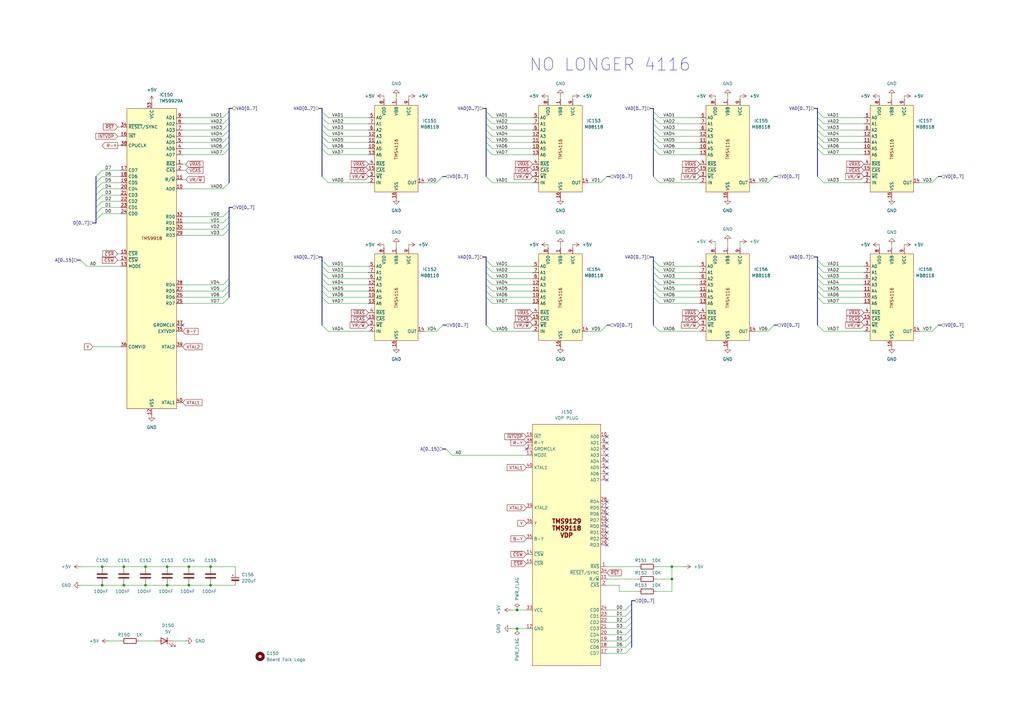
<source format=kicad_sch>
(kicad_sch (version 20250114) (generator "eeschema") (generator_version "9.0")
  (paper "A3")
  (text "NO LONGER 4116" (at 250.19 26.67 0) (effects (font (size 5 5))))
  (junction (at 77.47 240.03))
  (junction (at 59.69 240.03))
  (junction (at 86.36 240.03))
  (junction (at 68.58 232.41))
  (junction (at 50.8 232.41))
  (junction (at 41.91 232.41))
  (junction (at 275.59 237.49))
  (junction (at 212.09 250.19))
  (junction (at 59.69 232.41))
  (junction (at 86.36 232.41))
  (junction (at 212.09 257.81))
  (junction (at 77.47 232.41))
  (junction (at 50.8 240.03))
  (junction (at 41.91 240.03))
  (junction (at 275.59 232.41))
  (junction (at 68.58 240.03))
  (no_connect (at 248.92 215.9))
  (no_connect (at 248.92 196.85))
  (no_connect (at 248.92 181.61))
  (no_connect (at 248.92 189.23))
  (no_connect (at 248.92 210.82))
  (no_connect (at 248.92 179.07))
  (no_connect (at 248.92 205.74))
  (no_connect (at 215.9 184.15))
  (no_connect (at 248.92 218.44))
  (no_connect (at 248.92 223.52))
  (no_connect (at 248.92 220.98))
  (no_connect (at 248.92 194.31))
  (no_connect (at 248.92 186.69))
  (no_connect (at 248.92 208.28))
  (no_connect (at 74.93 133.35))
  (no_connect (at 248.92 213.36))
  (no_connect (at 248.92 184.15))
  (no_connect (at 248.92 191.77))
  (bus_entry (at 270.51 135.89) (size -2.54 -2.54))
  (bus_entry (at 314.96 135.89) (size 2.54 -2.54))
  (bus_entry (at 270.51 74.93) (size -2.54 -2.54))
  (bus_entry (at 134.62 50.8) (size -2.54 -2.54))
  (bus_entry (at 337.82 74.93) (size -2.54 -2.54))
  (bus_entry (at 91.44 119.38) (size 2.54 -2.54))
  (bus_entry (at 134.62 111.76) (size -2.54 -2.54))
  (bus_entry (at 134.62 60.96) (size -2.54 -2.54))
  (bus_entry (at 91.44 48.26) (size 2.54 -2.54))
  (bus_entry (at 314.96 74.93) (size 2.54 -2.54))
  (bus_entry (at 382.27 135.89) (size 2.54 -2.54))
  (bus_entry (at 270.51 111.76) (size -2.54 -2.54))
  (bus_entry (at 270.51 114.3) (size -2.54 -2.54))
  (bus_entry (at 41.91 85.09) (size -2.54 2.54))
  (bus_entry (at 201.93 114.3) (size -2.54 -2.54))
  (bus_entry (at 337.82 114.3) (size -2.54 -2.54))
  (bus_entry (at 246.38 135.89) (size 2.54 -2.54))
  (bus_entry (at 201.93 111.76) (size -2.54 -2.54))
  (bus_entry (at 201.93 116.84) (size -2.54 -2.54))
  (bus_entry (at 256.54 255.27) (size 2.54 -2.54))
  (bus_entry (at 256.54 265.43) (size 2.54 -2.54))
  (bus_entry (at 256.54 257.81) (size 2.54 -2.54))
  (bus_entry (at 134.62 119.38) (size -2.54 -2.54))
  (bus_entry (at 134.62 114.3) (size -2.54 -2.54))
  (bus_entry (at 185.42 186.69) (size -2.54 -2.54))
  (bus_entry (at 270.51 60.96) (size -2.54 -2.54))
  (bus_entry (at 337.82 63.5) (size -2.54 -2.54))
  (bus_entry (at 91.44 77.47) (size 2.54 -2.54))
  (bus_entry (at 201.93 74.93) (size -2.54 -2.54))
  (bus_entry (at 270.51 58.42) (size -2.54 -2.54))
  (bus_entry (at 91.44 96.52) (size 2.54 -2.54))
  (bus_entry (at 201.93 53.34) (size -2.54 -2.54))
  (bus_entry (at 201.93 48.26) (size -2.54 -2.54))
  (bus_entry (at 337.82 121.92) (size -2.54 -2.54))
  (bus_entry (at 201.93 124.46) (size -2.54 -2.54))
  (bus_entry (at 270.51 63.5) (size -2.54 -2.54))
  (bus_entry (at 270.51 119.38) (size -2.54 -2.54))
  (bus_entry (at 91.44 50.8) (size 2.54 -2.54))
  (bus_entry (at 270.51 121.92) (size -2.54 -2.54))
  (bus_entry (at 201.93 60.96) (size -2.54 -2.54))
  (bus_entry (at 91.44 91.44) (size 2.54 -2.54))
  (bus_entry (at 382.27 74.93) (size 2.54 -2.54))
  (bus_entry (at 134.62 109.22) (size -2.54 -2.54))
  (bus_entry (at 270.51 116.84) (size -2.54 -2.54))
  (bus_entry (at 246.38 74.93) (size 2.54 -2.54))
  (bus_entry (at 270.51 50.8) (size -2.54 -2.54))
  (bus_entry (at 270.51 124.46) (size -2.54 -2.54))
  (bus_entry (at 91.44 55.88) (size 2.54 -2.54))
  (bus_entry (at 134.62 74.93) (size -2.54 -2.54))
  (bus_entry (at 134.62 121.92) (size -2.54 -2.54))
  (bus_entry (at 35.56 109.22) (size -2.54 -2.54))
  (bus_entry (at 179.07 135.89) (size 2.54 -2.54))
  (bus_entry (at 201.93 50.8) (size -2.54 -2.54))
  (bus_entry (at 270.51 109.22) (size -2.54 -2.54))
  (bus_entry (at 134.62 58.42) (size -2.54 -2.54))
  (bus_entry (at 256.54 267.97) (size 2.54 -2.54))
  (bus_entry (at 201.93 121.92) (size -2.54 -2.54))
  (bus_entry (at 337.82 109.22) (size -2.54 -2.54))
  (bus_entry (at 256.54 260.35) (size 2.54 -2.54))
  (bus_entry (at 91.44 58.42) (size 2.54 -2.54))
  (bus_entry (at 201.93 135.89) (size -2.54 -2.54))
  (bus_entry (at 256.54 262.89) (size 2.54 -2.54))
  (bus_entry (at 201.93 119.38) (size -2.54 -2.54))
  (bus_entry (at 337.82 124.46) (size -2.54 -2.54))
  (bus_entry (at 134.62 55.88) (size -2.54 -2.54))
  (bus_entry (at 91.44 121.92) (size 2.54 -2.54))
  (bus_entry (at 41.91 74.93) (size -2.54 2.54))
  (bus_entry (at 134.62 48.26) (size -2.54 -2.54))
  (bus_entry (at 91.44 53.34) (size 2.54 -2.54))
  (bus_entry (at 256.54 250.19) (size 2.54 -2.54))
  (bus_entry (at 337.82 48.26) (size -2.54 -2.54))
  (bus_entry (at 134.62 124.46) (size -2.54 -2.54))
  (bus_entry (at 337.82 111.76) (size -2.54 -2.54))
  (bus_entry (at 91.44 93.98) (size 2.54 -2.54))
  (bus_entry (at 337.82 50.8) (size -2.54 -2.54))
  (bus_entry (at 337.82 58.42) (size -2.54 -2.54))
  (bus_entry (at 201.93 63.5) (size -2.54 -2.54))
  (bus_entry (at 41.91 72.39) (size -2.54 2.54))
  (bus_entry (at 337.82 55.88) (size -2.54 -2.54))
  (bus_entry (at 270.51 53.34) (size -2.54 -2.54))
  (bus_entry (at 179.07 74.93) (size 2.54 -2.54))
  (bus_entry (at 201.93 109.22) (size -2.54 -2.54))
  (bus_entry (at 41.91 77.47) (size -2.54 2.54))
  (bus_entry (at 134.62 135.89) (size -2.54 -2.54))
  (bus_entry (at 41.91 82.55) (size -2.54 2.54))
  (bus_entry (at 91.44 88.9) (size 2.54 -2.54))
  (bus_entry (at 337.82 135.89) (size -2.54 -2.54))
  (bus_entry (at 134.62 63.5) (size -2.54 -2.54))
  (bus_entry (at 91.44 60.96) (size 2.54 -2.54))
  (bus_entry (at 337.82 119.38) (size -2.54 -2.54))
  (bus_entry (at 41.91 87.63) (size -2.54 2.54))
  (bus_entry (at 337.82 116.84) (size -2.54 -2.54))
  (bus_entry (at 134.62 53.34) (size -2.54 -2.54))
  (bus_entry (at 201.93 55.88) (size -2.54 -2.54))
  (bus_entry (at 337.82 53.34) (size -2.54 -2.54))
  (bus_entry (at 41.91 69.85) (size -2.54 2.54))
  (bus_entry (at 256.54 252.73) (size 2.54 -2.54))
  (bus_entry (at 201.93 58.42) (size -2.54 -2.54))
  (bus_entry (at 41.91 80.01) (size -2.54 2.54))
  (bus_entry (at 91.44 63.5) (size 2.54 -2.54))
  (bus_entry (at 337.82 60.96) (size -2.54 -2.54))
  (bus_entry (at 134.62 116.84) (size -2.54 -2.54))
  (bus_entry (at 270.51 55.88) (size -2.54 -2.54))
  (bus_entry (at 91.44 116.84) (size 2.54 -2.54))
  (bus_entry (at 270.51 48.26) (size -2.54 -2.54))
  (bus_entry (at 91.44 124.46) (size 2.54 -2.54))
  (wire (pts (xy 41.91 240.03) (xy 50.8 240.03)))
  (wire (pts (xy 76.2 69.85) (xy 74.93 69.85)))
  (bus (pts (xy 335.28 60.96) (xy 335.28 72.39)))
  (wire (pts (xy 134.62 53.34) (xy 151.13 53.34)))
  (wire (pts (xy 201.93 119.38) (xy 218.44 119.38)))
  (wire (pts (xy 201.93 121.92) (xy 218.44 121.92)))
  (bus (pts (xy 335.28 119.38) (xy 335.28 121.92)))
  (wire (pts (xy 337.82 48.26) (xy 354.33 48.26)))
  (bus (pts (xy 267.97 109.22) (xy 267.97 111.76)))
  (wire (pts (xy 241.3 135.89) (xy 246.38 135.89)))
  (wire (pts (xy 270.51 124.46) (xy 287.02 124.46)))
  (bus (pts (xy 267.97 45.72) (xy 267.97 48.26)))
  (bus (pts (xy 93.98 85.09) (xy 93.98 86.36)))
  (wire (pts (xy 256.54 260.35) (xy 248.92 260.35)))
  (wire (pts (xy 173.99 74.93) (xy 179.07 74.93)))
  (wire (pts (xy 201.93 109.22) (xy 218.44 109.22)))
  (wire (pts (xy 287.02 135.89) (xy 270.51 135.89)))
  (wire (pts (xy 309.88 74.93) (xy 314.96 74.93)))
  (wire (pts (xy 74.93 88.9) (xy 91.44 88.9)))
  (wire (pts (xy 48.26 55.88) (xy 49.53 55.88)))
  (wire (pts (xy 269.24 237.49) (xy 275.59 237.49)))
  (wire (pts (xy 293.37 99.06) (xy 293.37 101.6)))
  (wire (pts (xy 76.2 73.66) (xy 74.93 73.66)))
  (wire (pts (xy 303.53 39.37) (xy 303.53 40.64)))
  (wire (pts (xy 49.53 262.89) (xy 44.45 262.89)))
  (bus (pts (xy 39.37 91.44) (xy 39.37 90.17)))
  (wire (pts (xy 270.51 116.84) (xy 287.02 116.84)))
  (wire (pts (xy 63.5 262.89) (xy 57.15 262.89)))
  (bus (pts (xy 93.98 116.84) (xy 93.98 119.38)))
  (bus (pts (xy 267.97 44.45) (xy 267.97 45.72)))
  (wire (pts (xy 41.91 82.55) (xy 49.53 82.55)))
  (bus (pts (xy 199.39 45.72) (xy 199.39 48.26)))
  (bus (pts (xy 132.08 121.92) (xy 132.08 133.35)))
  (bus (pts (xy 259.08 247.65) (xy 259.08 250.19)))
  (wire (pts (xy 256.54 255.27) (xy 248.92 255.27)))
  (bus (pts (xy 386.08 133.35) (xy 384.81 133.35)))
  (wire (pts (xy 337.82 55.88) (xy 354.33 55.88)))
  (wire (pts (xy 337.82 119.38) (xy 354.33 119.38)))
  (bus (pts (xy 93.98 91.44) (xy 93.98 93.98)))
  (bus (pts (xy 335.28 48.26) (xy 335.28 50.8)))
  (bus (pts (xy 267.97 119.38) (xy 267.97 121.92)))
  (bus (pts (xy 130.81 105.41) (xy 132.08 105.41)))
  (bus (pts (xy 39.37 77.47) (xy 39.37 74.93)))
  (bus (pts (xy 199.39 106.68) (xy 199.39 109.22)))
  (wire (pts (xy 41.91 87.63) (xy 49.53 87.63)))
  (bus (pts (xy 95.25 44.45) (xy 93.98 44.45)))
  (bus (pts (xy 267.97 121.92) (xy 267.97 133.35)))
  (bus (pts (xy 267.97 116.84) (xy 267.97 119.38)))
  (wire (pts (xy 35.56 109.22) (xy 49.53 109.22)))
  (bus (pts (xy 93.98 53.34) (xy 93.98 55.88)))
  (bus (pts (xy 132.08 114.3) (xy 132.08 116.84)))
  (wire (pts (xy 337.82 58.42) (xy 354.33 58.42)))
  (bus (pts (xy 38.1 91.44) (xy 39.37 91.44)))
  (wire (pts (xy 76.2 67.31) (xy 74.93 67.31)))
  (bus (pts (xy 199.39 116.84) (xy 199.39 119.38)))
  (wire (pts (xy 201.93 124.46) (xy 218.44 124.46)))
  (wire (pts (xy 256.54 265.43) (xy 248.92 265.43)))
  (bus (pts (xy 335.28 50.8) (xy 335.28 53.34)))
  (wire (pts (xy 269.24 232.41) (xy 275.59 232.41)))
  (wire (pts (xy 167.64 100.33) (xy 167.64 101.6)))
  (wire (pts (xy 201.93 114.3) (xy 218.44 114.3)))
  (bus (pts (xy 132.08 44.45) (xy 132.08 45.72)))
  (wire (pts (xy 275.59 237.49) (xy 275.59 232.41)))
  (bus (pts (xy 259.08 252.73) (xy 259.08 255.27)))
  (bus (pts (xy 198.12 105.41) (xy 199.39 105.41)))
  (bus (pts (xy 199.39 109.22) (xy 199.39 111.76)))
  (bus (pts (xy 267.97 48.26) (xy 267.97 50.8)))
  (bus (pts (xy 132.08 48.26) (xy 132.08 50.8)))
  (wire (pts (xy 254 240.03) (xy 254 242.57)))
  (bus (pts (xy 93.98 93.98) (xy 93.98 114.3)))
  (wire (pts (xy 201.93 58.42) (xy 218.44 58.42)))
  (wire (pts (xy 287.02 74.93) (xy 270.51 74.93)))
  (bus (pts (xy 39.37 90.17) (xy 39.37 87.63)))
  (wire (pts (xy 337.82 60.96) (xy 354.33 60.96)))
  (bus (pts (xy 199.39 55.88) (xy 199.39 58.42)))
  (wire (pts (xy 68.58 232.41) (xy 77.47 232.41)))
  (wire (pts (xy 74.93 116.84) (xy 91.44 116.84)))
  (wire (pts (xy 337.82 50.8) (xy 354.33 50.8)))
  (bus (pts (xy 335.28 105.41) (xy 335.28 106.68)))
  (wire (pts (xy 303.53 99.06) (xy 303.53 101.6)))
  (wire (pts (xy 201.93 74.93) (xy 218.44 74.93)))
  (wire (pts (xy 212.09 257.81) (xy 215.9 257.81)))
  (bus (pts (xy 182.88 72.39) (xy 181.61 72.39)))
  (wire (pts (xy 48.26 106.68) (xy 49.53 106.68)))
  (bus (pts (xy 199.39 53.34) (xy 199.39 55.88)))
  (wire (pts (xy 201.93 48.26) (xy 218.44 48.26)))
  (wire (pts (xy 134.62 109.22) (xy 151.13 109.22)))
  (bus (pts (xy 259.08 262.89) (xy 259.08 265.43)))
  (wire (pts (xy 134.62 50.8) (xy 151.13 50.8)))
  (wire (pts (xy 134.62 63.5) (xy 151.13 63.5)))
  (wire (pts (xy 41.91 80.01) (xy 49.53 80.01)))
  (bus (pts (xy 39.37 85.09) (xy 39.37 82.55)))
  (wire (pts (xy 74.93 63.5) (xy 91.44 63.5)))
  (bus (pts (xy 93.98 88.9) (xy 93.98 91.44)))
  (bus (pts (xy 199.39 119.38) (xy 199.39 121.92)))
  (wire (pts (xy 41.91 77.47) (xy 49.53 77.47)))
  (wire (pts (xy 162.56 39.37) (xy 162.56 40.64)))
  (wire (pts (xy 167.64 39.37) (xy 167.64 40.64)))
  (wire (pts (xy 134.62 48.26) (xy 151.13 48.26)))
  (wire (pts (xy 270.51 55.88) (xy 287.02 55.88)))
  (wire (pts (xy 50.8 232.41) (xy 59.69 232.41)))
  (wire (pts (xy 162.56 100.33) (xy 162.56 101.6)))
  (bus (pts (xy 267.97 60.96) (xy 267.97 72.39)))
  (wire (pts (xy 337.82 116.84) (xy 354.33 116.84)))
  (bus (pts (xy 259.08 246.38) (xy 259.08 247.65)))
  (wire (pts (xy 201.93 53.34) (xy 218.44 53.34)))
  (bus (pts (xy 39.37 74.93) (xy 39.37 72.39)))
  (wire (pts (xy 337.82 121.92) (xy 354.33 121.92)))
  (bus (pts (xy 39.37 82.55) (xy 39.37 80.01)))
  (wire (pts (xy 76.2 262.89) (xy 71.12 262.89)))
  (wire (pts (xy 201.93 55.88) (xy 218.44 55.88)))
  (wire (pts (xy 74.93 60.96) (xy 91.44 60.96)))
  (bus (pts (xy 334.01 105.41) (xy 335.28 105.41)))
  (bus (pts (xy 132.08 60.96) (xy 132.08 72.39)))
  (wire (pts (xy 224.79 39.37) (xy 224.79 40.64)))
  (wire (pts (xy 234.95 39.37) (xy 234.95 40.64)))
  (wire (pts (xy 248.92 232.41) (xy 261.62 232.41)))
  (wire (pts (xy 309.88 135.89) (xy 314.96 135.89)))
  (bus (pts (xy 318.77 72.39) (xy 317.5 72.39)))
  (wire (pts (xy 151.13 135.89) (xy 134.62 135.89)))
  (wire (pts (xy 337.82 124.46) (xy 354.33 124.46)))
  (bus (pts (xy 199.39 121.92) (xy 199.39 133.35)))
  (wire (pts (xy 201.93 60.96) (xy 218.44 60.96)))
  (bus (pts (xy 267.97 50.8) (xy 267.97 53.34)))
  (wire (pts (xy 270.51 60.96) (xy 287.02 60.96)))
  (wire (pts (xy 59.69 240.03) (xy 68.58 240.03)))
  (bus (pts (xy 132.08 109.22) (xy 132.08 111.76)))
  (bus (pts (xy 267.97 55.88) (xy 267.97 58.42)))
  (wire (pts (xy 74.93 53.34) (xy 91.44 53.34)))
  (wire (pts (xy 134.62 121.92) (xy 151.13 121.92)))
  (bus (pts (xy 335.28 111.76) (xy 335.28 114.3)))
  (bus (pts (xy 335.28 109.22) (xy 335.28 111.76)))
  (bus (pts (xy 386.08 72.39) (xy 384.81 72.39)))
  (bus (pts (xy 93.98 45.72) (xy 93.98 48.26)))
  (bus (pts (xy 335.28 58.42) (xy 335.28 60.96)))
  (bus (pts (xy 267.97 105.41) (xy 267.97 106.68)))
  (wire (pts (xy 86.36 232.41) (xy 96.52 232.41)))
  (wire (pts (xy 256.54 262.89) (xy 248.92 262.89)))
  (wire (pts (xy 229.87 39.37) (xy 229.87 40.64)))
  (bus (pts (xy 132.08 105.41) (xy 132.08 106.68)))
  (bus (pts (xy 130.81 44.45) (xy 132.08 44.45)))
  (wire (pts (xy 270.51 109.22) (xy 287.02 109.22)))
  (wire (pts (xy 270.51 119.38) (xy 287.02 119.38)))
  (wire (pts (xy 96.52 234.95) (xy 96.52 232.41)))
  (bus (pts (xy 132.08 111.76) (xy 132.08 114.3)))
  (wire (pts (xy 256.54 267.97) (xy 248.92 267.97)))
  (wire (pts (xy 337.82 109.22) (xy 354.33 109.22)))
  (bus (pts (xy 267.97 53.34) (xy 267.97 55.88)))
  (bus (pts (xy 335.28 55.88) (xy 335.28 58.42)))
  (bus (pts (xy 335.28 121.92) (xy 335.28 133.35)))
  (bus (pts (xy 132.08 116.84) (xy 132.08 119.38)))
  (bus (pts (xy 93.98 86.36) (xy 93.98 88.9)))
  (wire (pts (xy 377.19 74.93) (xy 382.27 74.93)))
  (wire (pts (xy 74.93 77.47) (xy 91.44 77.47)))
  (wire (pts (xy 209.55 250.19) (xy 212.09 250.19)))
  (bus (pts (xy 93.98 114.3) (xy 93.98 116.84)))
  (wire (pts (xy 74.93 124.46) (xy 91.44 124.46)))
  (wire (pts (xy 48.26 59.69) (xy 49.53 59.69)))
  (wire (pts (xy 48.26 52.07) (xy 49.53 52.07)))
  (wire (pts (xy 256.54 250.19) (xy 248.92 250.19)))
  (wire (pts (xy 134.62 119.38) (xy 151.13 119.38)))
  (wire (pts (xy 293.37 39.37) (xy 293.37 40.64)))
  (wire (pts (xy 134.62 111.76) (xy 151.13 111.76)))
  (bus (pts (xy 259.08 260.35) (xy 259.08 262.89)))
  (wire (pts (xy 254 242.57) (xy 261.62 242.57)))
  (wire (pts (xy 270.51 111.76) (xy 287.02 111.76)))
  (wire (pts (xy 270.51 53.34) (xy 287.02 53.34)))
  (bus (pts (xy 31.75 106.68) (xy 33.02 106.68)))
  (wire (pts (xy 337.82 114.3) (xy 354.33 114.3)))
  (wire (pts (xy 275.59 242.57) (xy 275.59 237.49)))
  (wire (pts (xy 74.93 93.98) (xy 91.44 93.98)))
  (wire (pts (xy 68.58 240.03) (xy 77.47 240.03)))
  (bus (pts (xy 199.39 60.96) (xy 199.39 72.39)))
  (wire (pts (xy 77.47 240.03) (xy 86.36 240.03)))
  (wire (pts (xy 298.45 99.06) (xy 298.45 101.6)))
  (wire (pts (xy 234.95 100.33) (xy 234.95 101.6)))
  (wire (pts (xy 48.26 104.14) (xy 49.53 104.14)))
  (bus (pts (xy 199.39 105.41) (xy 199.39 106.68)))
  (bus (pts (xy 267.97 111.76) (xy 267.97 114.3)))
  (wire (pts (xy 74.93 96.52) (xy 91.44 96.52)))
  (bus (pts (xy 132.08 50.8) (xy 132.08 53.34)))
  (bus (pts (xy 267.97 106.68) (xy 267.97 109.22)))
  (bus (pts (xy 199.39 44.45) (xy 199.39 45.72)))
  (wire (pts (xy 248.92 237.49) (xy 261.62 237.49)))
  (wire (pts (xy 201.93 116.84) (xy 218.44 116.84)))
  (wire (pts (xy 59.69 232.41) (xy 68.58 232.41)))
  (bus (pts (xy 199.39 114.3) (xy 199.39 116.84)))
  (wire (pts (xy 41.91 72.39) (xy 49.53 72.39)))
  (bus (pts (xy 93.98 48.26) (xy 93.98 50.8)))
  (wire (pts (xy 365.76 39.37) (xy 365.76 40.64)))
  (wire (pts (xy 270.51 121.92) (xy 287.02 121.92)))
  (wire (pts (xy 365.76 100.33) (xy 365.76 101.6)))
  (wire (pts (xy 209.55 257.81) (xy 212.09 257.81)))
  (wire (pts (xy 270.51 63.5) (xy 287.02 63.5)))
  (bus (pts (xy 132.08 55.88) (xy 132.08 58.42)))
  (wire (pts (xy 38.1 142.24) (xy 49.53 142.24)))
  (wire (pts (xy 298.45 39.37) (xy 298.45 40.64)))
  (wire (pts (xy 74.93 58.42) (xy 91.44 58.42)))
  (bus (pts (xy 266.7 105.41) (xy 267.97 105.41)))
  (bus (pts (xy 318.77 133.35) (xy 317.5 133.35)))
  (bus (pts (xy 181.61 184.15) (xy 182.88 184.15)))
  (wire (pts (xy 201.93 111.76) (xy 218.44 111.76)))
  (bus (pts (xy 335.28 114.3) (xy 335.28 116.84)))
  (bus (pts (xy 95.25 85.09) (xy 93.98 85.09)))
  (wire (pts (xy 218.44 135.89) (xy 201.93 135.89)))
  (bus (pts (xy 199.39 58.42) (xy 199.39 60.96)))
  (wire (pts (xy 360.68 39.37) (xy 360.68 40.64)))
  (bus (pts (xy 335.28 106.68) (xy 335.28 109.22)))
  (bus (pts (xy 335.28 53.34) (xy 335.28 55.88)))
  (wire (pts (xy 74.93 55.88) (xy 91.44 55.88)))
  (bus (pts (xy 132.08 53.34) (xy 132.08 55.88)))
  (wire (pts (xy 41.91 232.41) (xy 50.8 232.41)))
  (bus (pts (xy 267.97 58.42) (xy 267.97 60.96)))
  (wire (pts (xy 248.92 240.03) (xy 254 240.03)))
  (wire (pts (xy 33.02 232.41) (xy 41.91 232.41)))
  (bus (pts (xy 259.08 257.81) (xy 259.08 260.35)))
  (bus (pts (xy 335.28 44.45) (xy 335.28 45.72)))
  (wire (pts (xy 185.42 186.69) (xy 215.9 186.69)))
  (wire (pts (xy 59.69 240.03) (xy 50.8 240.03)))
  (bus (pts (xy 132.08 58.42) (xy 132.08 60.96)))
  (wire (pts (xy 157.48 100.33) (xy 157.48 101.6)))
  (wire (pts (xy 256.54 252.73) (xy 248.92 252.73)))
  (wire (pts (xy 337.82 63.5) (xy 354.33 63.5)))
  (wire (pts (xy 173.99 135.89) (xy 179.07 135.89)))
  (bus (pts (xy 199.39 111.76) (xy 199.39 114.3)))
  (wire (pts (xy 360.68 100.33) (xy 360.68 101.6)))
  (bus (pts (xy 132.08 106.68) (xy 132.08 109.22)))
  (wire (pts (xy 337.82 53.34) (xy 354.33 53.34)))
  (wire (pts (xy 354.33 74.93) (xy 337.82 74.93)))
  (bus (pts (xy 132.08 45.72) (xy 132.08 48.26)))
  (bus (pts (xy 199.39 48.26) (xy 199.39 50.8)))
  (wire (pts (xy 134.62 58.42) (xy 151.13 58.42)))
  (wire (pts (xy 77.47 232.41) (xy 86.36 232.41)))
  (wire (pts (xy 270.51 114.3) (xy 287.02 114.3)))
  (wire (pts (xy 201.93 50.8) (xy 218.44 50.8)))
  (wire (pts (xy 275.59 232.41) (xy 280.67 232.41)))
  (bus (pts (xy 93.98 55.88) (xy 93.98 58.42)))
  (bus (pts (xy 93.98 58.42) (xy 93.98 60.96)))
  (bus (pts (xy 93.98 119.38) (xy 93.98 121.92)))
  (bus (pts (xy 260.35 246.38) (xy 259.08 246.38)))
  (bus (pts (xy 39.37 80.01) (xy 39.37 77.47)))
  (bus (pts (xy 132.08 119.38) (xy 132.08 121.92)))
  (wire (pts (xy 354.33 135.89) (xy 337.82 135.89)))
  (wire (pts (xy 151.13 74.93) (xy 134.62 74.93)))
  (wire (pts (xy 270.51 50.8) (xy 287.02 50.8)))
  (wire (pts (xy 74.93 119.38) (xy 91.44 119.38)))
  (wire (pts (xy 41.91 85.09) (xy 49.53 85.09)))
  (bus (pts (xy 198.12 44.45) (xy 199.39 44.45)))
  (bus (pts (xy 250.19 133.35) (xy 248.92 133.35)))
  (wire (pts (xy 74.93 48.26) (xy 91.44 48.26)))
  (wire (pts (xy 377.19 135.89) (xy 382.27 135.89)))
  (wire (pts (xy 134.62 60.96) (xy 151.13 60.96)))
  (bus (pts (xy 259.08 255.27) (xy 259.08 257.81)))
  (bus (pts (xy 335.28 45.72) (xy 335.28 48.26)))
  (wire (pts (xy 157.48 39.37) (xy 157.48 40.64)))
  (wire (pts (xy 269.24 242.57) (xy 275.59 242.57)))
  (wire (pts (xy 270.51 58.42) (xy 287.02 58.42)))
  (wire (pts (xy 134.62 55.88) (xy 151.13 55.88)))
  (bus (pts (xy 334.01 44.45) (xy 335.28 44.45)))
  (wire (pts (xy 74.93 91.44) (xy 91.44 91.44)))
  (bus (pts (xy 39.37 87.63) (xy 39.37 85.09)))
  (bus (pts (xy 250.19 72.39) (xy 248.92 72.39)))
  (wire (pts (xy 41.91 74.93) (xy 49.53 74.93)))
  (bus (pts (xy 335.28 116.84) (xy 335.28 119.38)))
  (wire (pts (xy 74.93 121.92) (xy 91.44 121.92)))
  (wire (pts (xy 241.3 74.93) (xy 246.38 74.93)))
  (bus (pts (xy 93.98 60.96) (xy 93.98 74.93)))
  (wire (pts (xy 224.79 100.33) (xy 224.79 101.6)))
  (bus (pts (xy 199.39 50.8) (xy 199.39 53.34)))
  (bus (pts (xy 267.97 114.3) (xy 267.97 116.84)))
  (wire (pts (xy 270.51 48.26) (xy 287.02 48.26)))
  (wire (pts (xy 201.93 63.5) (xy 218.44 63.5)))
  (wire (pts (xy 256.54 257.81) (xy 248.92 257.81)))
  (wire (pts (xy 134.62 114.3) (xy 151.13 114.3)))
  (wire (pts (xy 33.02 240.03) (xy 41.91 240.03)))
  (wire (pts (xy 229.87 100.33) (xy 229.87 101.6)))
  (bus (pts (xy 93.98 44.45) (xy 93.98 45.72)))
  (bus (pts (xy 266.7 44.45) (xy 267.97 44.45)))
  (bus (pts (xy 259.08 250.19) (xy 259.08 252.73)))
  (bus (pts (xy 182.88 133.35) (xy 181.61 133.35)))
  (wire (pts (xy 74.93 50.8) (xy 91.44 50.8)))
  (wire (pts (xy 41.91 69.85) (xy 49.53 69.85)))
  (wire (pts (xy 370.84 39.37) (xy 370.84 40.64)))
  (wire (pts (xy 86.36 240.03) (xy 96.52 240.03)))
  (wire (pts (xy 370.84 100.33) (xy 370.84 101.6)))
  (wire (pts (xy 134.62 116.84) (xy 151.13 116.84)))
  (wire (pts (xy 337.82 111.76) (xy 354.33 111.76)))
  (wire (pts (xy 212.09 250.19) (xy 215.9 250.19)))
  (wire (pts (xy 134.62 124.46) (xy 151.13 124.46)))
  (bus (pts (xy 93.98 50.8) (xy 93.98 53.34)))
  (label "D6" (at 252.73 265.43 0))
  (label "VD0" (at 86.36 88.9 0))
  (label "VAD6" (at 344.17 121.92 180))
  (label "VAD6" (at 140.97 60.96 180))
  (label "VAD4" (at 140.97 116.84 180))
  (label "A0" (at 39.37 109.22 180))
  (label "VAD3" (at 276.86 114.3 180))
  (label "VAD6" (at 86.36 60.96 0))
  (label "VAD4" (at 140.97 135.89 180))
  (label "VAD4" (at 208.28 55.88 180))
  (label "VAD7" (at 344.17 135.89 180))
  (label "VD6" (at 311.15 135.89 0))
  (label "VAD1" (at 344.17 48.26 180))
  (label "D6" (at 45.72 72.39 180))
  (label "VAD3" (at 344.17 53.34 180))
  (label "VAD7" (at 140.97 63.5 180))
  (label "VAD5" (at 140.97 58.42 180))
  (label "VAD2" (at 140.97 111.76 180))
  (label "VAD0" (at 140.97 74.93 180))
  (label "VAD3" (at 208.28 53.34 180))
  (label "VAD3" (at 344.17 114.3 180))
  (label "VD1" (at 86.36 91.44 0))
  (label "D2" (at 45.72 82.55 180))
  (label "VAD5" (at 344.17 119.38 180))
  (label "VAD1" (at 140.97 48.26 180))
  (label "VD4" (at 175.26 135.89 0))
  (label "D0" (at 45.72 87.63 180))
  (label "VD2" (at 86.36 93.98 0))
  (label "VAD4" (at 344.17 116.84 180))
  (label "VAD4" (at 276.86 116.84 180))
  (label "VAD7" (at 140.97 124.46 180))
  (label "VAD1" (at 208.28 48.26 180))
  (label "VD4" (at 86.36 116.84 0))
  (label "VAD2" (at 276.86 111.76 180))
  (label "VAD2" (at 344.17 50.8 180))
  (label "VAD7" (at 344.17 124.46 180))
  (label "VAD3" (at 140.97 53.34 180))
  (label "VAD3" (at 344.17 74.93 180))
  (label "VD6" (at 86.36 121.92 0))
  (label "VAD7" (at 208.28 124.46 180))
  (label "D2" (at 252.73 255.27 0))
  (label "VAD5" (at 344.17 58.42 180))
  (label "VD5" (at 86.36 119.38 0))
  (label "VAD5" (at 86.36 58.42 0))
  (label "VD7" (at 378.46 135.89 0))
  (label "VAD4" (at 86.36 55.88 0))
  (label "VAD3" (at 86.36 53.34 0))
  (label "VAD3" (at 208.28 114.3 180))
  (label "VD3" (at 378.46 74.93 0))
  (label "VAD2" (at 208.28 111.76 180))
  (label "VAD6" (at 344.17 60.96 180))
  (label "VAD4" (at 208.28 116.84 180))
  (label "D0" (at 252.73 250.19 0))
  (label "VAD2" (at 276.86 74.93 180))
  (label "VAD2" (at 208.28 50.8 180))
  (label "D4" (at 252.73 260.35 0))
  (label "VAD3" (at 276.86 53.34 180))
  (label "VAD3" (at 140.97 114.3 180))
  (label "VAD2" (at 140.97 50.8 180))
  (label "D5" (at 45.72 74.93 180))
  (label "VAD4" (at 140.97 55.88 180))
  (label "VAD7" (at 208.28 63.5 180))
  (label "D5" (at 252.73 262.89 0))
  (label "VAD6" (at 276.86 121.92 180))
  (label "VAD0" (at 86.36 77.47 0))
  (label "VAD1" (at 140.97 109.22 180))
  (label "D7" (at 252.73 267.97 0))
  (label "VAD1" (at 86.36 48.26 0))
  (label "VD5" (at 242.57 135.89 0))
  (label "D1" (at 45.72 85.09 180))
  (label "VAD6" (at 276.86 135.89 180))
  (label "VAD5" (at 276.86 119.38 180))
  (label "VAD6" (at 208.28 121.92 180))
  (label "VD2" (at 311.15 74.93 0))
  (label "VAD7" (at 276.86 124.46 180))
  (label "VD1" (at 242.57 74.93 0))
  (label "D3" (at 45.72 80.01 180))
  (label "VAD4" (at 344.17 55.88 180))
  (label "VAD1" (at 208.28 74.93 180))
  (label "D1" (at 252.73 252.73 0))
  (label "VAD2" (at 344.17 111.76 180))
  (label "VAD1" (at 344.17 109.22 180))
  (label "VAD6" (at 208.28 60.96 180))
  (label "VAD5" (at 208.28 119.38 180))
  (label "VD0" (at 175.26 74.93 0))
  (label "D7" (at 45.72 69.85 180))
  (label "VAD6" (at 276.86 60.96 180))
  (label "VAD7" (at 86.36 63.5 0))
  (label "VAD5" (at 208.28 135.89 180))
  (label "A0" (at 189.23 186.69 180))
  (label "VAD1" (at 276.86 109.22 180))
  (label "VAD7" (at 344.17 63.5 180))
  (label "VAD1" (at 208.28 109.22 180))
  (label "D3" (at 252.73 257.81 0))
  (label "VD7" (at 86.36 124.46 0))
  (label "VAD2" (at 86.36 50.8 0))
  (label "VD3" (at 86.36 96.52 0))
  (label "VAD5" (at 208.28 58.42 180))
  (label "D4" (at 45.72 77.47 180))
  (label "VAD1" (at 276.86 48.26 180))
  (label "VAD7" (at 276.86 63.5 180))
  (label "VAD4" (at 276.86 55.88 180))
  (label "VAD2" (at 276.86 50.8 180))
  (label "VAD5" (at 276.86 58.42 180))
  (label "VAD5" (at 140.97 119.38 180))
  (label "VAD6" (at 140.97 121.92 180))
  (global_label "XTAL2" (shape input) (at 74.93 142.24 0) (property "Intersheetrefs" "${INTERSHEET_REFS}" (effects (hide yes))))
  (global_label "B-Y" (shape input) (at 74.93 135.89 0) (property "Intersheetrefs" "${INTERSHEET_REFS}" (effects (hide yes))))
  (global_label "VR{slash}~{W}" (shape input) (at 151.13 72.39 180) (property "Intersheetrefs" "${INTERSHEET_REFS}" (effects (hide yes))))
  (global_label "R-Y" (shape input) (at 215.9 181.61 180) (property "Intersheetrefs" "${INTERSHEET_REFS}" (effects (hide yes))))
  (global_label "~{VRAS}" (shape input) (at 287.02 67.31 180) (property "Intersheetrefs" "${INTERSHEET_REFS}" (effects (hide yes))))
  (global_label "~{CSR}" (shape input) (at 48.26 104.14 180) (property "Intersheetrefs" "${INTERSHEET_REFS}" (effects (hide yes))))
  (global_label "VR{slash}~{W}" (shape input) (at 218.44 72.39 180) (property "Intersheetrefs" "${INTERSHEET_REFS}" (effects (hide yes))))
  (global_label "~{VRAS}" (shape input) (at 76.2 67.31 0) (property "Intersheetrefs" "${INTERSHEET_REFS}" (effects (hide yes))))
  (global_label "XTAL1" (shape input) (at 74.93 165.1 0) (property "Intersheetrefs" "${INTERSHEET_REFS}" (effects (hide yes))))
  (global_label "~{VCAS}" (shape input) (at 354.33 130.81 180) (property "Intersheetrefs" "${INTERSHEET_REFS}" (effects (hide yes))))
  (global_label "~{VCAS}" (shape input) (at 218.44 130.81 180) (property "Intersheetrefs" "${INTERSHEET_REFS}" (effects (hide yes))))
  (global_label "R-Y" (shape output) (at 48.26 59.69 180) (property "Intersheetrefs" "${INTERSHEET_REFS}" (effects (hide yes))))
  (global_label "~{VCAS}" (shape input) (at 151.13 69.85 180) (property "Intersheetrefs" "${INTERSHEET_REFS}" (effects (hide yes))))
  (global_label "VR{slash}~{W}" (shape input) (at 287.02 72.39 180) (property "Intersheetrefs" "${INTERSHEET_REFS}" (effects (hide yes))))
  (global_label "Y" (shape input) (at 215.9 214.63 180) (property "Intersheetrefs" "${INTERSHEET_REFS}" (effects (hide yes))))
  (global_label "VR{slash}~{W}" (shape input) (at 76.2 73.66 0) (property "Intersheetrefs" "${INTERSHEET_REFS}" (effects (hide yes))))
  (global_label "~{CSW}" (shape input) (at 48.26 106.68 180) (property "Intersheetrefs" "${INTERSHEET_REFS}" (effects (hide yes))))
  (global_label "~{CSR}" (shape input) (at 215.9 231.14 180) (property "Intersheetrefs" "${INTERSHEET_REFS}" (effects (hide yes))))
  (global_label "~{VCAS}" (shape input) (at 151.13 130.81 180) (property "Intersheetrefs" "${INTERSHEET_REFS}" (effects (hide yes))))
  (global_label "~{VRAS}" (shape input) (at 151.13 128.27 180) (property "Intersheetrefs" "${INTERSHEET_REFS}" (effects (hide yes))))
  (global_label "~{INTVDP}" (shape input) (at 48.26 55.88 180) (property "Intersheetrefs" "${INTERSHEET_REFS}" (effects (hide yes))))
  (global_label "~{RST}" (shape input) (at 248.92 234.95 0) (property "Intersheetrefs" "${INTERSHEET_REFS}" (effects (hide yes))))
  (global_label "~{VCAS}" (shape input) (at 287.02 69.85 180) (property "Intersheetrefs" "${INTERSHEET_REFS}" (effects (hide yes))))
  (global_label "~{VRAS}" (shape input) (at 287.02 128.27 180) (property "Intersheetrefs" "${INTERSHEET_REFS}" (effects (hide yes))))
  (global_label "VR{slash}~{W}" (shape input) (at 287.02 133.35 180) (property "Intersheetrefs" "${INTERSHEET_REFS}" (effects (hide yes))))
  (global_label "~{VCAS}" (shape input) (at 218.44 69.85 180) (property "Intersheetrefs" "${INTERSHEET_REFS}" (effects (hide yes))))
  (global_label "~{VRAS}" (shape input) (at 218.44 128.27 180) (property "Intersheetrefs" "${INTERSHEET_REFS}" (effects (hide yes))))
  (global_label "B-Y" (shape input) (at 215.9 220.98 180) (property "Intersheetrefs" "${INTERSHEET_REFS}" (effects (hide yes))))
  (global_label "XTAL2" (shape input) (at 215.9 208.28 180) (property "Intersheetrefs" "${INTERSHEET_REFS}" (effects (hide yes))))
  (global_label "VR{slash}~{W}" (shape input) (at 354.33 133.35 180) (property "Intersheetrefs" "${INTERSHEET_REFS}" (effects (hide yes))))
  (global_label "~{RST}" (shape input) (at 48.26 52.07 180) (property "Intersheetrefs" "${INTERSHEET_REFS}" (effects (hide yes))))
  (global_label "XTAL1" (shape input) (at 215.9 191.77 180) (property "Intersheetrefs" "${INTERSHEET_REFS}" (effects (hide yes))))
  (global_label "~{VRAS}" (shape input) (at 354.33 128.27 180) (property "Intersheetrefs" "${INTERSHEET_REFS}" (effects (hide yes))))
  (global_label "VR{slash}~{W}" (shape input) (at 151.13 133.35 180) (property "Intersheetrefs" "${INTERSHEET_REFS}" (effects (hide yes))))
  (global_label "~{VRAS}" (shape input) (at 151.13 67.31 180) (property "Intersheetrefs" "${INTERSHEET_REFS}" (effects (hide yes))))
  (global_label "~{VRAS}" (shape input) (at 354.33 67.31 180) (property "Intersheetrefs" "${INTERSHEET_REFS}" (effects (hide yes))))
  (global_label "~{VCAS}" (shape input) (at 287.02 130.81 180) (property "Intersheetrefs" "${INTERSHEET_REFS}" (effects (hide yes))))
  (global_label "~{VRAS}" (shape input) (at 218.44 67.31 180) (property "Intersheetrefs" "${INTERSHEET_REFS}" (effects (hide yes))))
  (global_label "~{INTVDP}" (shape input) (at 215.9 179.07 180) (property "Intersheetrefs" "${INTERSHEET_REFS}" (effects (hide yes))))
  (global_label "VR{slash}~{W}" (shape input) (at 354.33 72.39 180) (property "Intersheetrefs" "${INTERSHEET_REFS}" (effects (hide yes))))
  (global_label "VR{slash}~{W}" (shape input) (at 218.44 133.35 180) (property "Intersheetrefs" "${INTERSHEET_REFS}" (effects (hide yes))))
  (global_label "Y" (shape input) (at 38.1 142.24 180) (property "Intersheetrefs" "${INTERSHEET_REFS}" (effects (hide yes))))
  (global_label "~{CSW}" (shape input) (at 215.9 227.33 180) (property "Intersheetrefs" "${INTERSHEET_REFS}" (effects (hide yes))))
  (global_label "~{VCAS}" (shape input) (at 354.33 69.85 180) (property "Intersheetrefs" "${INTERSHEET_REFS}" (effects (hide yes))))
  (global_label "~{VCAS}" (shape input) (at 76.2 69.85 0) (property "Intersheetrefs" "${INTERSHEET_REFS}" (effects (hide yes))))
  (hierarchical_label "VD[0..7]" (shape input) (at 182.88 133.35 0))
  (hierarchical_label "D[0..7]" (shape input) (at 38.1 91.44 180))
  (hierarchical_label "VD[0..7]" (shape input) (at 386.08 72.39 0))
  (hierarchical_label "A[0..15]" (shape input) (at 181.61 184.15 180))
  (hierarchical_label "VAD[0..7]" (shape input) (at 198.12 44.45 180))
  (hierarchical_label "VAD[0..7]" (shape input) (at 198.12 105.41 180))
  (hierarchical_label "VAD[0..7]" (shape input) (at 334.01 44.45 180))
  (hierarchical_label "VAD[0..7]" (shape input) (at 130.81 44.45 180))
  (hierarchical_label "VD[0..7]" (shape input) (at 386.08 133.35 0))
  (hierarchical_label "A[0..15]" (shape input) (at 31.75 106.68 180))
  (hierarchical_label "VAD[0..7]" (shape input) (at 95.25 44.45 0))
  (hierarchical_label "VD[0..7]" (shape input) (at 182.88 72.39 0))
  (hierarchical_label "VD[0..7]" (shape input) (at 250.19 133.35 0))
  (hierarchical_label "VD[0..7]" (shape input) (at 318.77 133.35 0))
  (hierarchical_label "VD[0..7]" (shape input) (at 318.77 72.39 0))
  (hierarchical_label "VD[0..7]" (shape input) (at 95.25 85.09 0))
  (hierarchical_label "VAD[0..7]" (shape input) (at 266.7 105.41 180))
  (hierarchical_label "D[0..7]" (shape input) (at 260.35 246.38 0))
  (hierarchical_label "VAD[0..7]" (shape input) (at 266.7 44.45 180))
  (hierarchical_label "VAD[0..7]" (shape input) (at 334.01 105.41 180))
  (hierarchical_label "VD[0..7]" (shape input) (at 250.19 72.39 0))
  (hierarchical_label "VAD[0..7]" (shape input) (at 130.81 105.41 180))
  (symbol (lib_id "TMSAdapterTC01:TMS9918A") (at 62.23 106.68 0) (unit 1)
    (property "Reference" "IC150" (at 65.278 38.862 0) (effects (justify left)))
    (property "Value" "TMS9929A" (at 65.278 41.402 0) (effects (justify left)))
    (property "Footprint" "Einstein:DIP-40_W15.24mm" (effects (hide yes)))
  )
  (symbol (lib_id "power:GND") (at 365.76 81.28 0) (unit 1)
    (property "Reference" "#PWR0186" (effects (hide yes)))
    (property "Value" "GND" (at 365.76 86.36 0))
    (property "Description" "Power symbol creates a global label with name \"GND\" , ground" (effects (hide yes)))
  )
  (symbol (lib_id "power:+5V") (at 33.02 232.41 90) (unit 1)
    (property "Reference" "#PWR0150" (effects (hide yes)))
    (property "Value" "+5V" (at 29.21 232.4099 90) (effects (justify left)))
    (property "Description" "Power symbol creates a global label with name \"+5V\"" (effects (hide yes)))
  )
  (symbol (lib_id "power:GND") (at 229.87 142.24 0) (unit 1)
    (property "Reference" "#PWR0169" (effects (hide yes)))
    (property "Value" "GND" (at 229.87 147.32 0))
    (property "Description" "Power symbol creates a global label with name \"GND\" , ground" (effects (hide yes)))
  )
  (symbol (lib_id "power:GND") (at 162.56 100.33 180) (unit 1)
    (property "Reference" "#PWR0160" (effects (hide yes)))
    (property "Value" "GND" (at 162.56 95.25 0))
    (property "Description" "Power symbol creates a global label with name \"GND\" , ground" (effects (hide yes)))
  )
  (symbol (lib_id "power:GND") (at 229.87 100.33 180) (unit 1)
    (property "Reference" "#PWR0168" (effects (hide yes)))
    (property "Value" "GND" (at 229.87 95.25 0))
    (property "Description" "Power symbol creates a global label with name \"GND\" , ground" (effects (hide yes)))
  )
  (symbol (lib_id "power:+5V") (at 209.55 250.19 90) (mirror x) (unit 1)
    (property "Reference" "#PWR0170" (effects (hide yes)))
    (property "Value" "+5V" (at 204.47 250.19 0))
    (property "Description" "Power symbol creates a global label with name \"+5V\"" (effects (hide yes)))
  )
  (symbol (lib_id "power:PWR_FLAG") (at 212.09 250.19 0) (mirror y) (unit 1)
    (property "Reference" "#FLG0150" (effects (hide yes)))
    (property "Value" "PWR_FLAG" (at 212.0899 246.38 90) (effects (justify left)))
    (property "Description" "Special symbol for telling ERC where power comes from" (effects (hide yes)))
  )
  (symbol (lib_id "power:GND") (at 229.87 39.37 180) (unit 1)
    (property "Reference" "#PWR0166" (effects (hide yes)))
    (property "Value" "GND" (at 229.87 34.29 0))
    (property "Description" "Power symbol creates a global label with name \"GND\" , ground" (effects (hide yes)))
  )
  (symbol (lib_id "power:GND") (at 62.23 170.18 0) (unit 1)
    (property "Reference" "#PWR0154" (effects (hide yes)))
    (property "Value" "GND" (at 62.23 175.26 0))
    (property "Description" "Power symbol creates a global label with name \"GND\" , ground" (effects (hide yes)))
  )
  (symbol (lib_id "power:+5V") (at 303.53 39.37 270) (unit 1)
    (property "Reference" "#PWR0181" (effects (hide yes)))
    (property "Value" "+5V" (at 307.34 39.3699 90) (effects (justify left)))
    (property "Description" "Power symbol creates a global label with name \"+5V\"" (effects (hide yes)))
  )
  (symbol (lib_id "TMSAdapterTC01:TMS4116") (at 162.56 121.92 0) (unit 1)
    (property "Reference" "IC152" (at 176.276 110.49 0))
    (property "Value" "MB8118" (at 176.276 113.03 0))
    (property "Footprint" "Einstein:DIP-16_W7.62mm" (effects (hide yes)))
  )
  (symbol (lib_id "power:+5V") (at 280.67 232.41 270) (unit 1)
    (property "Reference" "#PWR0180" (effects (hide yes)))
    (property "Value" "+5V" (at 284.48 232.4099 90) (effects (justify left)))
    (property "Description" "Power symbol creates a global label with name \"+5V\"" (effects (hide yes)))
  )
  (symbol (lib_id "power:+5V") (at 224.79 100.33 90) (unit 1)
    (property "Reference" "#PWR0165" (effects (hide yes)))
    (property "Value" "+5V" (at 220.98 100.3299 90) (effects (justify left)))
    (property "Description" "Power symbol creates a global label with name \"+5V\"" (effects (hide yes)))
  )
  (symbol (lib_id "power:+5V") (at 360.68 100.33 90) (unit 1)
    (property "Reference" "#PWR0184" (effects (hide yes)))
    (property "Value" "+5V" (at 356.87 100.3299 90) (effects (justify left)))
    (property "Description" "Power symbol creates a global label with name \"+5V\"" (effects (hide yes)))
  )
  (symbol (lib_id "Device:R") (at 53.34 262.89 90) (unit 1)
    (property "Reference" "R150" (at 50.8 260.35 90))
    (property "Value" "1K" (at 57.15 260.35 90))
    (property "Footprint" "Einstein:Resistor 10.16mm" (effects (hide yes)))
    (property "Description" "Resistor" (effects (hide yes)))
  )
  (symbol (lib_id "TMSAdapterTC01:TMS9129_2") (at 232.41 226.06 0) (unit 1)
    (property "Reference" "J150" (at 232.41 168.91 0))
    (property "Value" "VDP PLUG" (at 232.41 171.45 0))
    (property "Footprint" "Einstein:DIP-40_W15.24mm_Plug" (effects (hide yes)))
  )
  (symbol (lib_id "power:+5V") (at 167.64 100.33 270) (unit 1)
    (property "Reference" "#PWR0163" (effects (hide yes)))
    (property "Value" "+5V" (at 171.45 100.3299 90) (effects (justify left)))
    (property "Description" "Power symbol creates a global label with name \"+5V\"" (effects (hide yes)))
  )
  (symbol (lib_id "power:PWR_FLAG") (at 212.09 257.81 0) (mirror x) (unit 1)
    (property "Reference" "#FLG0151" (effects (hide yes)))
    (property "Value" "PWR_FLAG" (at 212.0901 261.62 90) (effects (justify left)))
    (property "Description" "Special symbol for telling ERC where power comes from" (effects (hide yes)))
  )
  (symbol (lib_id "power:+5V") (at 224.79 39.37 90) (unit 1)
    (property "Reference" "#PWR0164" (effects (hide yes)))
    (property "Value" "+5V" (at 220.98 39.3699 90) (effects (justify left)))
    (property "Description" "Power symbol creates a global label with name \"+5V\"" (effects (hide yes)))
  )
  (symbol (lib_id "Device:C") (at 59.69 236.22 180) (unit 1)
    (property "Reference" "C152" (at 59.69 229.87 0))
    (property "Value" "100nF" (at 62.23 242.57 0) (effects (justify left)))
    (property "Footprint" "Einstein:C_Disc_5.08mm" (effects (hide yes)))
    (property "Description" "Unpolarized capacitor" (effects (hide yes)))
    (property "ComponentValue" "100nF" (effects (hide yes)))
  )
  (symbol (lib_id "power:GND") (at 33.02 240.03 270) (unit 1)
    (property "Reference" "#PWR0151" (effects (hide yes)))
    (property "Value" "GND" (at 29.21 240.0299 90) (effects (justify right)))
    (property "Description" "Power symbol creates a global label with name \"GND\" , ground" (effects (hide yes)))
  )
  (symbol (lib_id "TMSAdapterTC01:TMS4116") (at 298.45 121.92 0) (unit 1)
    (property "Reference" "IC156" (at 312.166 110.49 0))
    (property "Value" "MB8118" (at 312.166 113.03 0))
    (property "Footprint" "Einstein:DIP-16_W7.62mm" (effects (hide yes)))
  )
  (symbol (lib_id "power:GND") (at 162.56 81.28 0) (unit 1)
    (property "Reference" "#PWR0159" (effects (hide yes)))
    (property "Value" "GND" (at 162.56 86.36 0))
    (property "Description" "Power symbol creates a global label with name \"GND\" , ground" (effects (hide yes)))
  )
  (symbol (lib_id "power:GND") (at 76.2 262.89 90) (unit 1)
    (property "Reference" "#PWR0155" (effects (hide yes)))
    (property "Value" "GND" (at 80.01 262.8899 90) (effects (justify right)))
    (property "Description" "Power symbol creates a global label with name \"GND\" , ground" (effects (hide yes)))
  )
  (symbol (lib_id "power:GND") (at 162.56 39.37 180) (unit 1)
    (property "Reference" "#PWR0158" (effects (hide yes)))
    (property "Value" "GND" (at 162.56 34.29 0))
    (property "Description" "Power symbol creates a global label with name \"GND\" , ground" (effects (hide yes)))
  )
  (symbol (lib_id "Device:C_Polarized_Small") (at 96.52 237.49 0) (unit 1)
    (property "Reference" "C156" (at 99.06 235.6738 0) (effects (justify left)))
    (property "Value" "220uF" (at 99.06 238.2138 0) (effects (justify left)))
    (property "Footprint" "Einstein:Elec_5.08mm - Big Box" (effects (hide yes)))
    (property "Description" "Polarized capacitor, small symbol" (effects (hide yes)))
  )
  (symbol (lib_id "power:GND") (at 298.45 99.06 180) (unit 1)
    (property "Reference" "#PWR0178" (effects (hide yes)))
    (property "Value" "GND" (at 298.45 93.98 0))
    (property "Description" "Power symbol creates a global label with name \"GND\" , ground" (effects (hide yes)))
  )
  (symbol (lib_id "power:GND") (at 229.87 81.28 0) (unit 1)
    (property "Reference" "#PWR0167" (effects (hide yes)))
    (property "Value" "GND" (at 229.87 86.36 0))
    (property "Description" "Power symbol creates a global label with name \"GND\" , ground" (effects (hide yes)))
  )
  (symbol (lib_id "power:+5V") (at 370.84 39.37 270) (unit 1)
    (property "Reference" "#PWR0189" (effects (hide yes)))
    (property "Value" "+5V" (at 374.65 39.3699 90) (effects (justify left)))
    (property "Description" "Power symbol creates a global label with name \"+5V\"" (effects (hide yes)))
  )
  (symbol (lib_id "power:+5V") (at 167.64 39.37 270) (unit 1)
    (property "Reference" "#PWR0162" (effects (hide yes)))
    (property "Value" "+5V" (at 171.45 39.3699 90) (effects (justify left)))
    (property "Description" "Power symbol creates a global label with name \"+5V\"" (effects (hide yes)))
  )
  (symbol (lib_id "TMSAdapterTC01:TMS4116") (at 162.56 60.96 0) (unit 1)
    (property "Reference" "IC151" (at 176.276 49.53 0))
    (property "Value" "MB8118" (at 176.276 52.07 0))
    (property "Footprint" "Einstein:DIP-16_W7.62mm" (effects (hide yes)))
  )
  (symbol (lib_id "power:GND") (at 298.45 81.28 0) (unit 1)
    (property "Reference" "#PWR0177" (effects (hide yes)))
    (property "Value" "GND" (at 298.45 86.36 0))
    (property "Description" "Power symbol creates a global label with name \"GND\" , ground" (effects (hide yes)))
  )
  (symbol (lib_id "Device:R") (at 265.43 237.49 90) (unit 1)
    (property "Reference" "R152" (at 262.89 234.95 90))
    (property "Value" "10K" (at 269.24 234.95 90))
    (property "Footprint" "Einstein:Resistor 10.16mm" (effects (hide yes)))
    (property "Description" "Resistor" (effects (hide yes)))
  )
  (symbol (lib_id "power:GND") (at 209.55 257.81 270) (mirror x) (unit 1)
    (property "Reference" "#PWR0171" (effects (hide yes)))
    (property "Value" "GND" (at 204.47 257.81 0))
    (property "Description" "Power symbol creates a global label with name \"GND\" , ground" (effects (hide yes)))
  )
  (symbol (lib_id "Device:R") (at 265.43 232.41 90) (unit 1)
    (property "Reference" "R151" (at 262.89 229.87 90))
    (property "Value" "10K" (at 269.24 229.87 90))
    (property "Footprint" "Einstein:Resistor 10.16mm" (effects (hide yes)))
    (property "Description" "Resistor" (effects (hide yes)))
  )
  (symbol (lib_id "Device:C") (at 86.36 236.22 180) (unit 1)
    (property "Reference" "C155" (at 86.36 229.87 0))
    (property "Value" "100nF" (at 88.9 242.57 0) (effects (justify left)))
    (property "Footprint" "Einstein:C_Disc_5.08mm" (effects (hide yes)))
    (property "Description" "Unpolarized capacitor" (effects (hide yes)))
    (property "ComponentValue" "100nF" (effects (hide yes)))
  )
  (symbol (lib_id "Device:C") (at 41.91 236.22 180) (unit 1)
    (property "Reference" "C150" (at 41.91 229.87 0))
    (property "Value" "100nF" (at 44.45 242.57 0) (effects (justify left)))
    (property "Footprint" "Einstein:C_Disc_5.08mm" (effects (hide yes)))
    (property "Description" "Unpolarized capacitor" (effects (hide yes)))
    (property "ComponentValue" "100nF" (effects (hide yes)))
  )
  (symbol (lib_id "TMSAdapterTC01:TMS4116") (at 229.87 121.92 0) (unit 1)
    (property "Reference" "IC154" (at 243.586 110.49 0))
    (property "Value" "MB8118" (at 243.586 113.03 0))
    (property "Footprint" "Einstein:DIP-16_W7.62mm" (effects (hide yes)))
  )
  (symbol (lib_id "Device:C") (at 50.8 236.22 180) (unit 1)
    (property "Reference" "C151" (at 50.8 229.87 0))
    (property "Value" "100nF" (at 53.34 242.57 0) (effects (justify left)))
    (property "Footprint" "Einstein:C_Disc_5.08mm" (effects (hide yes)))
    (property "Description" "Unpolarized capacitor" (effects (hide yes)))
    (property "ComponentValue" "100nF" (effects (hide yes)))
  )
  (symbol (lib_id "power:+5V") (at 157.48 39.37 90) (unit 1)
    (property "Reference" "#PWR0156" (effects (hide yes)))
    (property "Value" "+5V" (at 153.67 39.3699 90) (effects (justify left)))
    (property "Description" "Power symbol creates a global label with name \"+5V\"" (effects (hide yes)))
  )
  (symbol (lib_id "TMSAdapterTC01:TMS4116") (at 365.76 121.92 0) (unit 1)
    (property "Reference" "IC158" (at 379.476 110.49 0))
    (property "Value" "MB8118" (at 379.476 113.03 0))
    (property "Footprint" "Einstein:DIP-16_W7.62mm" (effects (hide yes)))
  )
  (symbol (lib_id "power:GND") (at 298.45 142.24 0) (unit 1)
    (property "Reference" "#PWR0179" (effects (hide yes)))
    (property "Value" "GND" (at 298.45 147.32 0))
    (property "Description" "Power symbol creates a global label with name \"GND\" , ground" (effects (hide yes)))
  )
  (symbol (lib_id "Device:C") (at 68.58 236.22 180) (unit 1)
    (property "Reference" "C153" (at 68.58 229.87 0))
    (property "Value" "100nF" (at 71.12 242.57 0) (effects (justify left)))
    (property "Footprint" "Einstein:C_Disc_5.08mm" (effects (hide yes)))
    (property "Description" "Unpolarized capacitor" (effects (hide yes)))
    (property "ComponentValue" "100nF" (effects (hide yes)))
  )
  (symbol (lib_id "power:GND") (at 365.76 100.33 180) (unit 1)
    (property "Reference" "#PWR0187" (effects (hide yes)))
    (property "Value" "GND" (at 365.76 95.25 0))
    (property "Description" "Power symbol creates a global label with name \"GND\" , ground" (effects (hide yes)))
  )
  (symbol (lib_id "power:+5V") (at 293.37 99.06 90) (unit 1)
    (property "Reference" "#PWR0175" (effects (hide yes)))
    (property "Value" "+5V" (at 289.56 99.0599 90) (effects (justify left)))
    (property "Description" "Power symbol creates a global label with name \"+5V\"" (effects (hide yes)))
  )
  (symbol (lib_id "power:+5V") (at 234.95 100.33 270) (unit 1)
    (property "Reference" "#PWR0173" (effects (hide yes)))
    (property "Value" "+5V" (at 238.76 100.3299 90) (effects (justify left)))
    (property "Description" "Power symbol creates a global label with name \"+5V\"" (effects (hide yes)))
  )
  (symbol (lib_id "TMSAdapterTC01:TMS4116") (at 229.87 60.96 0) (unit 1)
    (property "Reference" "IC153" (at 243.586 49.53 0))
    (property "Value" "MB8118" (at 243.586 52.07 0))
    (property "Footprint" "Einstein:DIP-16_W7.62mm" (effects (hide yes)))
  )
  (symbol (lib_id "power:+5V") (at 360.68 39.37 90) (unit 1)
    (property "Reference" "#PWR0183" (effects (hide yes)))
    (property "Value" "+5V" (at 356.87 39.3699 90) (effects (justify left)))
    (property "Description" "Power symbol creates a global label with name \"+5V\"" (effects (hide yes)))
  )
  (symbol (lib_id "Device:LED") (at 67.31 262.89 0) (mirror y) (unit 1)
    (property "Reference" "D150" (at 68.8975 256.54 0))
    (property "Value" "5V" (at 68.8975 259.08 0))
    (property "Footprint" "Einstein:LED_D3.0mm" (effects (hide yes)))
    (property "Description" "Light emitting diode" (effects (hide yes)))
    (property "Sim.Pins" "1=K 2=A" (effects (hide yes)))
  )
  (symbol (lib_id "Device:C") (at 77.47 236.22 180) (unit 1)
    (property "Reference" "C154" (at 77.47 229.87 0))
    (property "Value" "100nF" (at 80.01 242.57 0) (effects (justify left)))
    (property "Footprint" "Einstein:C_Disc_5.08mm" (effects (hide yes)))
    (property "Description" "Unpolarized capacitor" (effects (hide yes)))
    (property "ComponentValue" "100nF" (effects (hide yes)))
  )
  (symbol (lib_id "power:GND") (at 298.45 39.37 180) (unit 1)
    (property "Reference" "#PWR0176" (effects (hide yes)))
    (property "Value" "GND" (at 298.45 34.29 0))
    (property "Description" "Power symbol creates a global label with name \"GND\" , ground" (effects (hide yes)))
  )
  (symbol (lib_id "power:+5V") (at 234.95 39.37 270) (unit 1)
    (property "Reference" "#PWR0172" (effects (hide yes)))
    (property "Value" "+5V" (at 238.76 39.3699 90) (effects (justify left)))
    (property "Description" "Power symbol creates a global label with name \"+5V\"" (effects (hide yes)))
  )
  (symbol (lib_id "power:+5V") (at 370.84 100.33 270) (unit 1)
    (property "Reference" "#PWR0190" (effects (hide yes)))
    (property "Value" "+5V" (at 374.65 100.3299 90) (effects (justify left)))
    (property "Description" "Power symbol creates a global label with name \"+5V\"" (effects (hide yes)))
  )
  (symbol (lib_id "Mechanical:MountingHole") (at 106.68 269.24 0) (unit 1) (in_bom no)
    (property "Reference" "G150" (at 109.22 267.9699 0) (effects (justify left)))
    (property "Value" "Board Folk Logo" (at 109.22 270.5099 0) (effects (justify left)))
    (property "Footprint" "Einstein:BF12" (effects (hide yes)))
    (property "Description" "Mounting Hole without connection" (effects (hide yes)))
  )
  (symbol (lib_id "power:+5V") (at 62.23 41.91 0) (mirror y) (unit 1)
    (property "Reference" "#PWR0153" (effects (hide yes)))
    (property "Value" "+5V" (at 62.23 36.83 0))
    (property "Description" "Power symbol creates a global label with name \"+5V\"" (effects (hide yes)))
  )
  (symbol (lib_id "power:GND") (at 365.76 39.37 180) (unit 1)
    (property "Reference" "#PWR0185" (effects (hide yes)))
    (property "Value" "GND" (at 365.76 34.29 0))
    (property "Description" "Power symbol creates a global label with name \"GND\" , ground" (effects (hide yes)))
  )
  (symbol (lib_id "power:+5V") (at 44.45 262.89 90) (unit 1)
    (property "Reference" "#PWR0152" (effects (hide yes)))
    (property "Value" "+5V" (at 40.64 262.8899 90) (effects (justify left)))
    (property "Description" "Power symbol creates a global label with name \"+5V\"" (effects (hide yes)))
  )
  (symbol (lib_id "power:+5V") (at 303.53 99.06 270) (unit 1)
    (property "Reference" "#PWR0182" (effects (hide yes)))
    (property "Value" "+5V" (at 307.34 99.0599 90) (effects (justify left)))
    (property "Description" "Power symbol creates a global label with name \"+5V\"" (effects (hide yes)))
  )
  (symbol (lib_id "power:+5V") (at 293.37 39.37 90) (unit 1)
    (property "Reference" "#PWR0174" (effects (hide yes)))
    (property "Value" "+5V" (at 289.56 39.3699 90) (effects (justify left)))
    (property "Description" "Power symbol creates a global label with name \"+5V\"" (effects (hide yes)))
  )
  (symbol (lib_id "Device:R") (at 265.43 242.57 90) (unit 1)
    (property "Reference" "R153" (at 262.89 240.03 90))
    (property "Value" "10K" (at 269.24 240.03 90))
    (property "Footprint" "Einstein:Resistor 10.16mm" (effects (hide yes)))
    (property "Description" "Resistor" (effects (hide yes)))
  )
  (symbol (lib_id "TMSAdapterTC01:TMS4116") (at 298.45 60.96 0) (unit 1)
    (property "Reference" "IC155" (at 312.166 49.53 0))
    (property "Value" "MB8118" (at 312.166 52.07 0))
    (property "Footprint" "Einstein:DIP-16_W7.62mm" (effects (hide yes)))
  )
  (symbol (lib_id "TMSAdapterTC01:TMS4116") (at 365.76 60.96 0) (unit 1)
    (property "Reference" "IC157" (at 379.476 49.53 0))
    (property "Value" "MB8118" (at 379.476 52.07 0))
    (property "Footprint" "Einstein:DIP-16_W7.62mm" (effects (hide yes)))
  )
  (symbol (lib_id "power:+5V") (at 157.48 100.33 90) (unit 1)
    (property "Reference" "#PWR0157" (effects (hide yes)))
    (property "Value" "+5V" (at 153.67 100.3299 90) (effects (justify left)))
    (property "Description" "Power symbol creates a global label with name \"+5V\"" (effects (hide yes)))
  )
  (symbol (lib_id "power:GND") (at 162.56 142.24 0) (unit 1)
    (property "Reference" "#PWR0161" (effects (hide yes)))
    (property "Value" "GND" (at 162.56 147.32 0))
    (property "Description" "Power symbol creates a global label with name \"GND\" , ground" (effects (hide yes)))
  )
  (symbol (lib_id "power:GND") (at 365.76 142.24 0) (unit 1)
    (property "Reference" "#PWR0188" (effects (hide yes)))
    (property "Value" "GND" (at 365.76 147.32 0))
    (property "Description" "Power symbol creates a global label with name \"GND\" , ground" (effects (hide yes)))
  )
)
</source>
